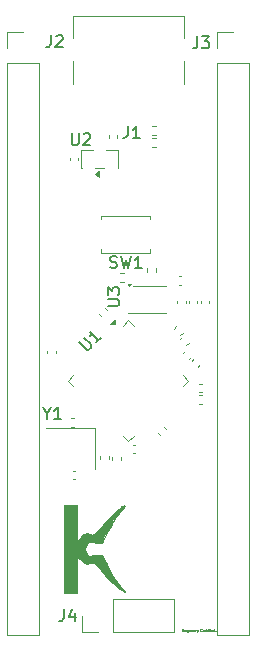
<source format=gbr>
%TF.GenerationSoftware,KiCad,Pcbnew,9.0.5*%
%TF.CreationDate,2025-12-09T16:25:26-06:00*%
%TF.ProjectId,KBoardV1,4b426f61-7264-4563-912e-6b696361645f,rev?*%
%TF.SameCoordinates,Original*%
%TF.FileFunction,Legend,Top*%
%TF.FilePolarity,Positive*%
%FSLAX46Y46*%
G04 Gerber Fmt 4.6, Leading zero omitted, Abs format (unit mm)*
G04 Created by KiCad (PCBNEW 9.0.5) date 2025-12-09 16:25:26*
%MOMM*%
%LPD*%
G01*
G04 APERTURE LIST*
%ADD10C,0.040000*%
%ADD11C,0.150000*%
%ADD12C,0.000600*%
%ADD13C,0.100000*%
%ADD14C,0.120000*%
G04 APERTURE END LIST*
D10*
X69253934Y-75203443D02*
X69253934Y-75003443D01*
X69253934Y-75003443D02*
X69320600Y-75146300D01*
X69320600Y-75146300D02*
X69387267Y-75003443D01*
X69387267Y-75003443D02*
X69387267Y-75203443D01*
X69558695Y-75193920D02*
X69539647Y-75203443D01*
X69539647Y-75203443D02*
X69501552Y-75203443D01*
X69501552Y-75203443D02*
X69482505Y-75193920D01*
X69482505Y-75193920D02*
X69472981Y-75174872D01*
X69472981Y-75174872D02*
X69472981Y-75098681D01*
X69472981Y-75098681D02*
X69482505Y-75079634D01*
X69482505Y-75079634D02*
X69501552Y-75070110D01*
X69501552Y-75070110D02*
X69539647Y-75070110D01*
X69539647Y-75070110D02*
X69558695Y-75079634D01*
X69558695Y-75079634D02*
X69568219Y-75098681D01*
X69568219Y-75098681D02*
X69568219Y-75117729D01*
X69568219Y-75117729D02*
X69472981Y-75136777D01*
X69739648Y-75070110D02*
X69739648Y-75232015D01*
X69739648Y-75232015D02*
X69730124Y-75251062D01*
X69730124Y-75251062D02*
X69720600Y-75260586D01*
X69720600Y-75260586D02*
X69701553Y-75270110D01*
X69701553Y-75270110D02*
X69672981Y-75270110D01*
X69672981Y-75270110D02*
X69653934Y-75260586D01*
X69739648Y-75193920D02*
X69720600Y-75203443D01*
X69720600Y-75203443D02*
X69682505Y-75203443D01*
X69682505Y-75203443D02*
X69663457Y-75193920D01*
X69663457Y-75193920D02*
X69653934Y-75184396D01*
X69653934Y-75184396D02*
X69644410Y-75165348D01*
X69644410Y-75165348D02*
X69644410Y-75108205D01*
X69644410Y-75108205D02*
X69653934Y-75089158D01*
X69653934Y-75089158D02*
X69663457Y-75079634D01*
X69663457Y-75079634D02*
X69682505Y-75070110D01*
X69682505Y-75070110D02*
X69720600Y-75070110D01*
X69720600Y-75070110D02*
X69739648Y-75079634D01*
X69920600Y-75203443D02*
X69920600Y-75098681D01*
X69920600Y-75098681D02*
X69911076Y-75079634D01*
X69911076Y-75079634D02*
X69892028Y-75070110D01*
X69892028Y-75070110D02*
X69853933Y-75070110D01*
X69853933Y-75070110D02*
X69834886Y-75079634D01*
X69920600Y-75193920D02*
X69901552Y-75203443D01*
X69901552Y-75203443D02*
X69853933Y-75203443D01*
X69853933Y-75203443D02*
X69834886Y-75193920D01*
X69834886Y-75193920D02*
X69825362Y-75174872D01*
X69825362Y-75174872D02*
X69825362Y-75155824D01*
X69825362Y-75155824D02*
X69834886Y-75136777D01*
X69834886Y-75136777D02*
X69853933Y-75127253D01*
X69853933Y-75127253D02*
X69901552Y-75127253D01*
X69901552Y-75127253D02*
X69920600Y-75117729D01*
X70101552Y-75193920D02*
X70082504Y-75203443D01*
X70082504Y-75203443D02*
X70044409Y-75203443D01*
X70044409Y-75203443D02*
X70025361Y-75193920D01*
X70025361Y-75193920D02*
X70015838Y-75184396D01*
X70015838Y-75184396D02*
X70006314Y-75165348D01*
X70006314Y-75165348D02*
X70006314Y-75108205D01*
X70006314Y-75108205D02*
X70015838Y-75089158D01*
X70015838Y-75089158D02*
X70025361Y-75079634D01*
X70025361Y-75079634D02*
X70044409Y-75070110D01*
X70044409Y-75070110D02*
X70082504Y-75070110D01*
X70082504Y-75070110D02*
X70101552Y-75079634D01*
X70215838Y-75203443D02*
X70196790Y-75193920D01*
X70196790Y-75193920D02*
X70187267Y-75184396D01*
X70187267Y-75184396D02*
X70177743Y-75165348D01*
X70177743Y-75165348D02*
X70177743Y-75108205D01*
X70177743Y-75108205D02*
X70187267Y-75089158D01*
X70187267Y-75089158D02*
X70196790Y-75079634D01*
X70196790Y-75079634D02*
X70215838Y-75070110D01*
X70215838Y-75070110D02*
X70244409Y-75070110D01*
X70244409Y-75070110D02*
X70263457Y-75079634D01*
X70263457Y-75079634D02*
X70272981Y-75089158D01*
X70272981Y-75089158D02*
X70282505Y-75108205D01*
X70282505Y-75108205D02*
X70282505Y-75165348D01*
X70282505Y-75165348D02*
X70272981Y-75184396D01*
X70272981Y-75184396D02*
X70263457Y-75193920D01*
X70263457Y-75193920D02*
X70244409Y-75203443D01*
X70244409Y-75203443D02*
X70215838Y-75203443D01*
X70368219Y-75203443D02*
X70368219Y-75070110D01*
X70368219Y-75108205D02*
X70377742Y-75089158D01*
X70377742Y-75089158D02*
X70387266Y-75079634D01*
X70387266Y-75079634D02*
X70406314Y-75070110D01*
X70406314Y-75070110D02*
X70425361Y-75070110D01*
X70492029Y-75070110D02*
X70492029Y-75270110D01*
X70492029Y-75079634D02*
X70511076Y-75070110D01*
X70511076Y-75070110D02*
X70549171Y-75070110D01*
X70549171Y-75070110D02*
X70568219Y-75079634D01*
X70568219Y-75079634D02*
X70577743Y-75089158D01*
X70577743Y-75089158D02*
X70587267Y-75108205D01*
X70587267Y-75108205D02*
X70587267Y-75165348D01*
X70587267Y-75165348D02*
X70577743Y-75184396D01*
X70577743Y-75184396D02*
X70568219Y-75193920D01*
X70568219Y-75193920D02*
X70549171Y-75203443D01*
X70549171Y-75203443D02*
X70511076Y-75203443D01*
X70511076Y-75203443D02*
X70492029Y-75193920D01*
X70939647Y-75184396D02*
X70930123Y-75193920D01*
X70930123Y-75193920D02*
X70901552Y-75203443D01*
X70901552Y-75203443D02*
X70882504Y-75203443D01*
X70882504Y-75203443D02*
X70853933Y-75193920D01*
X70853933Y-75193920D02*
X70834885Y-75174872D01*
X70834885Y-75174872D02*
X70825362Y-75155824D01*
X70825362Y-75155824D02*
X70815838Y-75117729D01*
X70815838Y-75117729D02*
X70815838Y-75089158D01*
X70815838Y-75089158D02*
X70825362Y-75051062D01*
X70825362Y-75051062D02*
X70834885Y-75032015D01*
X70834885Y-75032015D02*
X70853933Y-75012967D01*
X70853933Y-75012967D02*
X70882504Y-75003443D01*
X70882504Y-75003443D02*
X70901552Y-75003443D01*
X70901552Y-75003443D02*
X70930123Y-75012967D01*
X70930123Y-75012967D02*
X70939647Y-75022491D01*
X71101552Y-75193920D02*
X71082504Y-75203443D01*
X71082504Y-75203443D02*
X71044409Y-75203443D01*
X71044409Y-75203443D02*
X71025362Y-75193920D01*
X71025362Y-75193920D02*
X71015838Y-75174872D01*
X71015838Y-75174872D02*
X71015838Y-75098681D01*
X71015838Y-75098681D02*
X71025362Y-75079634D01*
X71025362Y-75079634D02*
X71044409Y-75070110D01*
X71044409Y-75070110D02*
X71082504Y-75070110D01*
X71082504Y-75070110D02*
X71101552Y-75079634D01*
X71101552Y-75079634D02*
X71111076Y-75098681D01*
X71111076Y-75098681D02*
X71111076Y-75117729D01*
X71111076Y-75117729D02*
X71015838Y-75136777D01*
X71196791Y-75203443D02*
X71196791Y-75070110D01*
X71196791Y-75108205D02*
X71206314Y-75089158D01*
X71206314Y-75089158D02*
X71215838Y-75079634D01*
X71215838Y-75079634D02*
X71234886Y-75070110D01*
X71234886Y-75070110D02*
X71253933Y-75070110D01*
X71292029Y-75070110D02*
X71368220Y-75070110D01*
X71320601Y-75003443D02*
X71320601Y-75174872D01*
X71320601Y-75174872D02*
X71330124Y-75193920D01*
X71330124Y-75193920D02*
X71349172Y-75203443D01*
X71349172Y-75203443D02*
X71368220Y-75203443D01*
X71434887Y-75203443D02*
X71434887Y-75070110D01*
X71434887Y-75003443D02*
X71425363Y-75012967D01*
X71425363Y-75012967D02*
X71434887Y-75022491D01*
X71434887Y-75022491D02*
X71444410Y-75012967D01*
X71444410Y-75012967D02*
X71434887Y-75003443D01*
X71434887Y-75003443D02*
X71434887Y-75022491D01*
X71501553Y-75070110D02*
X71577744Y-75070110D01*
X71530125Y-75203443D02*
X71530125Y-75032015D01*
X71530125Y-75032015D02*
X71539648Y-75012967D01*
X71539648Y-75012967D02*
X71558696Y-75003443D01*
X71558696Y-75003443D02*
X71577744Y-75003443D01*
X71644411Y-75203443D02*
X71644411Y-75070110D01*
X71644411Y-75003443D02*
X71634887Y-75012967D01*
X71634887Y-75012967D02*
X71644411Y-75022491D01*
X71644411Y-75022491D02*
X71653934Y-75012967D01*
X71653934Y-75012967D02*
X71644411Y-75003443D01*
X71644411Y-75003443D02*
X71644411Y-75022491D01*
X71815839Y-75193920D02*
X71796791Y-75203443D01*
X71796791Y-75203443D02*
X71758696Y-75203443D01*
X71758696Y-75203443D02*
X71739649Y-75193920D01*
X71739649Y-75193920D02*
X71730125Y-75174872D01*
X71730125Y-75174872D02*
X71730125Y-75098681D01*
X71730125Y-75098681D02*
X71739649Y-75079634D01*
X71739649Y-75079634D02*
X71758696Y-75070110D01*
X71758696Y-75070110D02*
X71796791Y-75070110D01*
X71796791Y-75070110D02*
X71815839Y-75079634D01*
X71815839Y-75079634D02*
X71825363Y-75098681D01*
X71825363Y-75098681D02*
X71825363Y-75117729D01*
X71825363Y-75117729D02*
X71730125Y-75136777D01*
X71996792Y-75203443D02*
X71996792Y-75003443D01*
X71996792Y-75193920D02*
X71977744Y-75203443D01*
X71977744Y-75203443D02*
X71939649Y-75203443D01*
X71939649Y-75203443D02*
X71920601Y-75193920D01*
X71920601Y-75193920D02*
X71911078Y-75184396D01*
X71911078Y-75184396D02*
X71901554Y-75165348D01*
X71901554Y-75165348D02*
X71901554Y-75108205D01*
X71901554Y-75108205D02*
X71911078Y-75089158D01*
X71911078Y-75089158D02*
X71920601Y-75079634D01*
X71920601Y-75079634D02*
X71939649Y-75070110D01*
X71939649Y-75070110D02*
X71977744Y-75070110D01*
X71977744Y-75070110D02*
X71996792Y-75079634D01*
X72092030Y-75184396D02*
X72101553Y-75193920D01*
X72101553Y-75193920D02*
X72092030Y-75203443D01*
X72092030Y-75203443D02*
X72082506Y-75193920D01*
X72082506Y-75193920D02*
X72092030Y-75184396D01*
X72092030Y-75184396D02*
X72092030Y-75203443D01*
D11*
X70566666Y-24854819D02*
X70566666Y-25569104D01*
X70566666Y-25569104D02*
X70519047Y-25711961D01*
X70519047Y-25711961D02*
X70423809Y-25807200D01*
X70423809Y-25807200D02*
X70280952Y-25854819D01*
X70280952Y-25854819D02*
X70185714Y-25854819D01*
X70947619Y-24854819D02*
X71566666Y-24854819D01*
X71566666Y-24854819D02*
X71233333Y-25235771D01*
X71233333Y-25235771D02*
X71376190Y-25235771D01*
X71376190Y-25235771D02*
X71471428Y-25283390D01*
X71471428Y-25283390D02*
X71519047Y-25331009D01*
X71519047Y-25331009D02*
X71566666Y-25426247D01*
X71566666Y-25426247D02*
X71566666Y-25664342D01*
X71566666Y-25664342D02*
X71519047Y-25759580D01*
X71519047Y-25759580D02*
X71471428Y-25807200D01*
X71471428Y-25807200D02*
X71376190Y-25854819D01*
X71376190Y-25854819D02*
X71090476Y-25854819D01*
X71090476Y-25854819D02*
X70995238Y-25807200D01*
X70995238Y-25807200D02*
X70947619Y-25759580D01*
X60575750Y-50753246D02*
X61148170Y-51325666D01*
X61148170Y-51325666D02*
X61249185Y-51359338D01*
X61249185Y-51359338D02*
X61316529Y-51359338D01*
X61316529Y-51359338D02*
X61417544Y-51325666D01*
X61417544Y-51325666D02*
X61552231Y-51190979D01*
X61552231Y-51190979D02*
X61585903Y-51089964D01*
X61585903Y-51089964D02*
X61585903Y-51022620D01*
X61585903Y-51022620D02*
X61552231Y-50921605D01*
X61552231Y-50921605D02*
X60979811Y-50349185D01*
X62394025Y-50349185D02*
X61989964Y-50753246D01*
X62191994Y-50551216D02*
X61484888Y-49844109D01*
X61484888Y-49844109D02*
X61518559Y-50012468D01*
X61518559Y-50012468D02*
X61518559Y-50147155D01*
X61518559Y-50147155D02*
X61484888Y-50248170D01*
X62954819Y-47661904D02*
X63764342Y-47661904D01*
X63764342Y-47661904D02*
X63859580Y-47614285D01*
X63859580Y-47614285D02*
X63907200Y-47566666D01*
X63907200Y-47566666D02*
X63954819Y-47471428D01*
X63954819Y-47471428D02*
X63954819Y-47280952D01*
X63954819Y-47280952D02*
X63907200Y-47185714D01*
X63907200Y-47185714D02*
X63859580Y-47138095D01*
X63859580Y-47138095D02*
X63764342Y-47090476D01*
X63764342Y-47090476D02*
X62954819Y-47090476D01*
X62954819Y-46709523D02*
X62954819Y-46090476D01*
X62954819Y-46090476D02*
X63335771Y-46423809D01*
X63335771Y-46423809D02*
X63335771Y-46280952D01*
X63335771Y-46280952D02*
X63383390Y-46185714D01*
X63383390Y-46185714D02*
X63431009Y-46138095D01*
X63431009Y-46138095D02*
X63526247Y-46090476D01*
X63526247Y-46090476D02*
X63764342Y-46090476D01*
X63764342Y-46090476D02*
X63859580Y-46138095D01*
X63859580Y-46138095D02*
X63907200Y-46185714D01*
X63907200Y-46185714D02*
X63954819Y-46280952D01*
X63954819Y-46280952D02*
X63954819Y-46566666D01*
X63954819Y-46566666D02*
X63907200Y-46661904D01*
X63907200Y-46661904D02*
X63859580Y-46709523D01*
X57823809Y-56778628D02*
X57823809Y-57254819D01*
X57490476Y-56254819D02*
X57823809Y-56778628D01*
X57823809Y-56778628D02*
X58157142Y-56254819D01*
X59014285Y-57254819D02*
X58442857Y-57254819D01*
X58728571Y-57254819D02*
X58728571Y-56254819D01*
X58728571Y-56254819D02*
X58633333Y-56397676D01*
X58633333Y-56397676D02*
X58538095Y-56492914D01*
X58538095Y-56492914D02*
X58442857Y-56540533D01*
X59938095Y-33054819D02*
X59938095Y-33864342D01*
X59938095Y-33864342D02*
X59985714Y-33959580D01*
X59985714Y-33959580D02*
X60033333Y-34007200D01*
X60033333Y-34007200D02*
X60128571Y-34054819D01*
X60128571Y-34054819D02*
X60319047Y-34054819D01*
X60319047Y-34054819D02*
X60414285Y-34007200D01*
X60414285Y-34007200D02*
X60461904Y-33959580D01*
X60461904Y-33959580D02*
X60509523Y-33864342D01*
X60509523Y-33864342D02*
X60509523Y-33054819D01*
X60938095Y-33150057D02*
X60985714Y-33102438D01*
X60985714Y-33102438D02*
X61080952Y-33054819D01*
X61080952Y-33054819D02*
X61319047Y-33054819D01*
X61319047Y-33054819D02*
X61414285Y-33102438D01*
X61414285Y-33102438D02*
X61461904Y-33150057D01*
X61461904Y-33150057D02*
X61509523Y-33245295D01*
X61509523Y-33245295D02*
X61509523Y-33340533D01*
X61509523Y-33340533D02*
X61461904Y-33483390D01*
X61461904Y-33483390D02*
X60890476Y-34054819D01*
X60890476Y-34054819D02*
X61509523Y-34054819D01*
X63166667Y-44407200D02*
X63309524Y-44454819D01*
X63309524Y-44454819D02*
X63547619Y-44454819D01*
X63547619Y-44454819D02*
X63642857Y-44407200D01*
X63642857Y-44407200D02*
X63690476Y-44359580D01*
X63690476Y-44359580D02*
X63738095Y-44264342D01*
X63738095Y-44264342D02*
X63738095Y-44169104D01*
X63738095Y-44169104D02*
X63690476Y-44073866D01*
X63690476Y-44073866D02*
X63642857Y-44026247D01*
X63642857Y-44026247D02*
X63547619Y-43978628D01*
X63547619Y-43978628D02*
X63357143Y-43931009D01*
X63357143Y-43931009D02*
X63261905Y-43883390D01*
X63261905Y-43883390D02*
X63214286Y-43835771D01*
X63214286Y-43835771D02*
X63166667Y-43740533D01*
X63166667Y-43740533D02*
X63166667Y-43645295D01*
X63166667Y-43645295D02*
X63214286Y-43550057D01*
X63214286Y-43550057D02*
X63261905Y-43502438D01*
X63261905Y-43502438D02*
X63357143Y-43454819D01*
X63357143Y-43454819D02*
X63595238Y-43454819D01*
X63595238Y-43454819D02*
X63738095Y-43502438D01*
X64071429Y-43454819D02*
X64309524Y-44454819D01*
X64309524Y-44454819D02*
X64500000Y-43740533D01*
X64500000Y-43740533D02*
X64690476Y-44454819D01*
X64690476Y-44454819D02*
X64928572Y-43454819D01*
X65833333Y-44454819D02*
X65261905Y-44454819D01*
X65547619Y-44454819D02*
X65547619Y-43454819D01*
X65547619Y-43454819D02*
X65452381Y-43597676D01*
X65452381Y-43597676D02*
X65357143Y-43692914D01*
X65357143Y-43692914D02*
X65261905Y-43740533D01*
X59266666Y-73354819D02*
X59266666Y-74069104D01*
X59266666Y-74069104D02*
X59219047Y-74211961D01*
X59219047Y-74211961D02*
X59123809Y-74307200D01*
X59123809Y-74307200D02*
X58980952Y-74354819D01*
X58980952Y-74354819D02*
X58885714Y-74354819D01*
X60171428Y-73688152D02*
X60171428Y-74354819D01*
X59933333Y-73307200D02*
X59695238Y-74021485D01*
X59695238Y-74021485D02*
X60314285Y-74021485D01*
X58166666Y-24754819D02*
X58166666Y-25469104D01*
X58166666Y-25469104D02*
X58119047Y-25611961D01*
X58119047Y-25611961D02*
X58023809Y-25707200D01*
X58023809Y-25707200D02*
X57880952Y-25754819D01*
X57880952Y-25754819D02*
X57785714Y-25754819D01*
X58595238Y-24850057D02*
X58642857Y-24802438D01*
X58642857Y-24802438D02*
X58738095Y-24754819D01*
X58738095Y-24754819D02*
X58976190Y-24754819D01*
X58976190Y-24754819D02*
X59071428Y-24802438D01*
X59071428Y-24802438D02*
X59119047Y-24850057D01*
X59119047Y-24850057D02*
X59166666Y-24945295D01*
X59166666Y-24945295D02*
X59166666Y-25040533D01*
X59166666Y-25040533D02*
X59119047Y-25183390D01*
X59119047Y-25183390D02*
X58547619Y-25754819D01*
X58547619Y-25754819D02*
X59166666Y-25754819D01*
X64666666Y-32454819D02*
X64666666Y-33169104D01*
X64666666Y-33169104D02*
X64619047Y-33311961D01*
X64619047Y-33311961D02*
X64523809Y-33407200D01*
X64523809Y-33407200D02*
X64380952Y-33454819D01*
X64380952Y-33454819D02*
X64285714Y-33454819D01*
X65666666Y-33454819D02*
X65095238Y-33454819D01*
X65380952Y-33454819D02*
X65380952Y-32454819D01*
X65380952Y-32454819D02*
X65285714Y-32597676D01*
X65285714Y-32597676D02*
X65190476Y-32692914D01*
X65190476Y-32692914D02*
X65095238Y-32740533D01*
D12*
%TO.C,REF\u002A\u002A*%
X59310000Y-64500000D02*
X59310000Y-68233800D01*
X59310000Y-68233800D02*
X59310000Y-71967600D01*
X59310000Y-71967600D02*
X59843400Y-71967600D01*
X59843400Y-64500000D02*
X59310000Y-64500000D01*
X59843400Y-71967600D02*
X60376800Y-71967600D01*
X60376800Y-64500000D02*
X59843400Y-64500000D01*
X60376800Y-66039865D02*
X60376800Y-64500000D01*
X60376800Y-67579731D02*
X60376800Y-66039865D01*
X60376800Y-68900190D02*
X60722577Y-69218917D01*
X60376800Y-70433895D02*
X60376800Y-68900190D01*
X60376800Y-71967600D02*
X60376800Y-70433895D01*
X60709106Y-67253598D02*
X60376800Y-67579731D01*
X60722577Y-69218917D02*
X60877130Y-69351283D01*
X61035522Y-68120567D02*
X61162995Y-67921219D01*
X61162525Y-68546381D02*
X61029004Y-68336988D01*
X61162995Y-67921219D02*
X61339591Y-67662300D01*
X61338650Y-68805300D02*
X61162525Y-68546381D01*
X61339591Y-67662300D02*
X61905945Y-67682184D01*
X61756922Y-67061140D02*
X61362481Y-66970193D01*
X61905945Y-67682184D02*
X62472300Y-67702068D01*
X61908973Y-68780392D02*
X61338650Y-68805300D01*
X62020987Y-69569745D02*
X62323341Y-69923284D01*
X62323341Y-69923284D02*
X62520614Y-70164444D01*
X62416793Y-66425820D02*
X62170119Y-66722199D01*
X62472300Y-67702068D02*
X62923195Y-66843984D01*
X62479295Y-68755483D02*
X61908973Y-68780392D01*
X62520614Y-70164444D02*
X62742067Y-70427544D01*
X62742067Y-70427544D02*
X62953905Y-70673157D01*
X62888381Y-69542392D02*
X62479295Y-68755483D01*
X62923195Y-66843984D02*
X63290778Y-66167027D01*
X62953905Y-70673157D02*
X63118077Y-70856071D01*
X63010516Y-65737011D02*
X62416793Y-66425820D01*
X63264303Y-70241195D02*
X62888381Y-69542392D01*
X63290778Y-66167027D02*
X63580002Y-65691159D01*
X63570902Y-70752291D02*
X63264303Y-70241195D01*
X63615204Y-65134979D02*
X63010516Y-65737011D01*
X63619646Y-71319652D02*
X63859867Y-71519656D01*
X63620293Y-70822270D02*
X63570902Y-70752291D01*
X63856360Y-65308670D02*
X64133328Y-64986621D01*
X63856664Y-71157166D02*
X63620293Y-70822270D01*
X63859867Y-71519656D02*
X64282731Y-71841611D01*
X64130985Y-64695006D02*
X63615204Y-65134979D01*
X64133328Y-64986621D02*
X64175014Y-64938150D01*
X64175014Y-64938150D02*
X64299163Y-64799210D01*
X64291440Y-71661043D02*
X64024291Y-71363140D01*
X64299163Y-64799210D02*
X64390979Y-64682561D01*
X64326273Y-71705098D02*
X64291440Y-71661043D01*
X64386741Y-71781574D02*
X64326273Y-71705098D01*
X60709106Y-67253598D02*
G75*
G02*
X60946664Y-67051107I1559094J-1588502D01*
G01*
X60946667Y-67051112D02*
G75*
G02*
X61135411Y-66969367I271233J-367488D01*
G01*
X61000589Y-68233746D02*
G75*
G02*
X61035522Y-68120567I201311J-154D01*
G01*
X61011732Y-69443760D02*
G75*
G02*
X60877132Y-69351280I594568J1009560D01*
G01*
X61029004Y-68336988D02*
G75*
G02*
X61000590Y-68233746I172796J103088D01*
G01*
X61122558Y-69496616D02*
G75*
G02*
X61011734Y-69443756I246742J659916D01*
G01*
X61135412Y-66969370D02*
G75*
G02*
X61362481Y-66970194I111338J-606010D01*
G01*
X61198827Y-69499384D02*
G75*
G02*
X61122550Y-69496638I-34027J115584D01*
G01*
X61198827Y-69499384D02*
G75*
G02*
X61601070Y-69401434I1256173J-4283716D01*
G01*
X61601071Y-69401437D02*
G75*
G02*
X61813630Y-69419339I74729J-383563D01*
G01*
X61813631Y-69419337D02*
G75*
G02*
X62020969Y-69569760I-171331J-454263D01*
G01*
X61838085Y-67044999D02*
G75*
G02*
X61756922Y-67061142I-56885J73899D01*
G01*
X61981958Y-66921019D02*
G75*
G02*
X61838085Y-67044999I-1195558J1241919D01*
G01*
X62170119Y-66722199D02*
G75*
G02*
X61981958Y-66921019I-2229211J1921254D01*
G01*
X63580002Y-65691159D02*
G75*
G02*
X64133332Y-64986624I4430698J-2910241D01*
G01*
X63619646Y-71319652D02*
G75*
G02*
X63118081Y-70856068I2660554J3381652D01*
G01*
X64024291Y-71363140D02*
G75*
G02*
X63620290Y-70822272I3739909J3214840D01*
G01*
X64130985Y-64695006D02*
G75*
G02*
X64436461Y-64576167I305515J-333294D01*
G01*
X64326273Y-71705098D02*
G75*
G02*
X64445753Y-71871074I-901573J-775002D01*
G01*
X64434210Y-71891400D02*
G75*
G02*
X64282730Y-71841612I-10J255300D01*
G01*
X64436461Y-64576200D02*
G75*
G02*
X64447771Y-64595977I39J-13100D01*
G01*
X64445753Y-71871074D02*
G75*
G02*
X64434210Y-71891384I-11453J-6926D01*
G01*
X64447722Y-64595948D02*
G75*
G02*
X64390977Y-64682560I-976622J577948D01*
G01*
D13*
X60376800Y-67579731D02*
X60816503Y-67148196D01*
X60946667Y-67051112D01*
X61036379Y-66999479D01*
X61135422Y-66969370D01*
X61248988Y-66959233D01*
X61362481Y-66970193D01*
X61763628Y-67062686D01*
X61799354Y-67062573D01*
X61838085Y-67044999D01*
X61911730Y-66984991D01*
X61981958Y-66921019D01*
X62078324Y-66823827D01*
X62170119Y-66722199D01*
X62416793Y-66425820D01*
X62610000Y-66200000D01*
X62713655Y-66081415D01*
X63010516Y-65737011D01*
X63312860Y-65435995D01*
X63460000Y-65290000D01*
X63520000Y-65230000D01*
X63615204Y-65134979D01*
X63710000Y-65050000D01*
X63873095Y-64914992D01*
X64010000Y-64800000D01*
X64130985Y-64695006D01*
X64190000Y-64650000D01*
X64287549Y-64601407D01*
X64330000Y-64590000D01*
X64380000Y-64580000D01*
X64436461Y-64576200D01*
X64447830Y-64582725D01*
X64447830Y-64595875D01*
X64420350Y-64639882D01*
X64390979Y-64682561D01*
X64370000Y-64710000D01*
X64345071Y-64741870D01*
X64299163Y-64799210D01*
X64175014Y-64938150D01*
X63994844Y-65147645D01*
X63680000Y-65550000D01*
X63460000Y-65890000D01*
X63301732Y-66167027D01*
X63140000Y-66450000D01*
X62923195Y-66843984D01*
X62472300Y-67702068D01*
X61339590Y-67662300D01*
X61007884Y-68180199D01*
X61000589Y-68233900D01*
X61007805Y-68287315D01*
X61028987Y-68336988D01*
X61095765Y-68441684D01*
X61338650Y-68805300D01*
X62479295Y-68755483D01*
X63076342Y-69903950D01*
X63264303Y-70241195D01*
X63417603Y-70496743D01*
X63620293Y-70822270D01*
X63986420Y-71341013D01*
X64157866Y-71512092D01*
X64291440Y-71661043D01*
X64386741Y-71781574D01*
X64445795Y-71871145D01*
X64445923Y-71884636D01*
X64434210Y-71891383D01*
X64400000Y-71891400D01*
X64282731Y-71841612D01*
X63859867Y-71519656D01*
X63739757Y-71419654D01*
X63273131Y-71015610D01*
X62953905Y-70673157D01*
X62323341Y-69923284D01*
X62020987Y-69569745D01*
X61915210Y-69472068D01*
X61813631Y-69419337D01*
X61708596Y-69395602D01*
X61601076Y-69401437D01*
X61398813Y-69445744D01*
X61198829Y-69499384D01*
X61160465Y-69510821D01*
X61122558Y-69496613D01*
X61065991Y-69472603D01*
X61011743Y-69443760D01*
X60945954Y-69399867D01*
X60877130Y-69340834D01*
X60722577Y-69218917D01*
X60376800Y-68900190D01*
X60376800Y-71967600D01*
X59310000Y-71967600D01*
X59310000Y-64500000D01*
X60376800Y-64500000D01*
X60376800Y-67579731D01*
G36*
X60376800Y-67579731D02*
G01*
X60816503Y-67148196D01*
X60946667Y-67051112D01*
X61036379Y-66999479D01*
X61135422Y-66969370D01*
X61248988Y-66959233D01*
X61362481Y-66970193D01*
X61763628Y-67062686D01*
X61799354Y-67062573D01*
X61838085Y-67044999D01*
X61911730Y-66984991D01*
X61981958Y-66921019D01*
X62078324Y-66823827D01*
X62170119Y-66722199D01*
X62416793Y-66425820D01*
X62610000Y-66200000D01*
X62713655Y-66081415D01*
X63010516Y-65737011D01*
X63312860Y-65435995D01*
X63460000Y-65290000D01*
X63520000Y-65230000D01*
X63615204Y-65134979D01*
X63710000Y-65050000D01*
X63873095Y-64914992D01*
X64010000Y-64800000D01*
X64130985Y-64695006D01*
X64190000Y-64650000D01*
X64287549Y-64601407D01*
X64330000Y-64590000D01*
X64380000Y-64580000D01*
X64436461Y-64576200D01*
X64447830Y-64582725D01*
X64447830Y-64595875D01*
X64420350Y-64639882D01*
X64390979Y-64682561D01*
X64370000Y-64710000D01*
X64345071Y-64741870D01*
X64299163Y-64799210D01*
X64175014Y-64938150D01*
X63994844Y-65147645D01*
X63680000Y-65550000D01*
X63460000Y-65890000D01*
X63301732Y-66167027D01*
X63140000Y-66450000D01*
X62923195Y-66843984D01*
X62472300Y-67702068D01*
X61339590Y-67662300D01*
X61007884Y-68180199D01*
X61000589Y-68233900D01*
X61007805Y-68287315D01*
X61028987Y-68336988D01*
X61095765Y-68441684D01*
X61338650Y-68805300D01*
X62479295Y-68755483D01*
X63076342Y-69903950D01*
X63264303Y-70241195D01*
X63417603Y-70496743D01*
X63620293Y-70822270D01*
X63986420Y-71341013D01*
X64157866Y-71512092D01*
X64291440Y-71661043D01*
X64386741Y-71781574D01*
X64445795Y-71871145D01*
X64445923Y-71884636D01*
X64434210Y-71891383D01*
X64400000Y-71891400D01*
X64282731Y-71841612D01*
X63859867Y-71519656D01*
X63739757Y-71419654D01*
X63273131Y-71015610D01*
X62953905Y-70673157D01*
X62323341Y-69923284D01*
X62020987Y-69569745D01*
X61915210Y-69472068D01*
X61813631Y-69419337D01*
X61708596Y-69395602D01*
X61601076Y-69401437D01*
X61398813Y-69445744D01*
X61198829Y-69499384D01*
X61160465Y-69510821D01*
X61122558Y-69496613D01*
X61065991Y-69472603D01*
X61011743Y-69443760D01*
X60945954Y-69399867D01*
X60877130Y-69340834D01*
X60722577Y-69218917D01*
X60376800Y-68900190D01*
X60376800Y-71967600D01*
X59310000Y-71967600D01*
X59310000Y-64500000D01*
X60376800Y-64500000D01*
X60376800Y-67579731D01*
G37*
D14*
%TO.C,J3*%
X74970000Y-27140000D02*
X74970000Y-75510000D01*
X72210000Y-75510000D02*
X74970000Y-75510000D01*
X72210000Y-27140000D02*
X74970000Y-27140000D01*
X72210000Y-27140000D02*
X72210000Y-75510000D01*
X72210000Y-25870000D02*
X72210000Y-24490000D01*
X72210000Y-24490000D02*
X73590000Y-24490000D01*
%TO.C,U1*%
X63611056Y-49234100D02*
X63208005Y-49170461D01*
X63547416Y-48831049D01*
X63611056Y-49234100D01*
G36*
X63611056Y-49234100D02*
G01*
X63208005Y-49170461D01*
X63547416Y-48831049D01*
X63611056Y-49234100D01*
G37*
X64700000Y-59105311D02*
X64240380Y-58645692D01*
X65159619Y-58645691D02*
X64700000Y-59105311D01*
X69805311Y-54000000D02*
X69345692Y-54459620D01*
X69345691Y-53540381D02*
X69805311Y-54000000D01*
X60054309Y-54459619D02*
X59594689Y-54000000D01*
X59594689Y-54000000D02*
X60054308Y-53540380D01*
X64240381Y-49354309D02*
X64700000Y-48894689D01*
X64700000Y-48894689D02*
X65159620Y-49354308D01*
%TO.C,U3*%
X64795000Y-46010000D02*
X64655000Y-45820000D01*
X64935000Y-45820000D01*
X64795000Y-46010000D01*
G36*
X64795000Y-46010000D02*
G01*
X64655000Y-45820000D01*
X64935000Y-45820000D01*
X64795000Y-46010000D01*
G37*
X67885000Y-48285000D02*
X64665000Y-48285000D01*
X65089432Y-46015000D02*
X67885000Y-46015000D01*
%TO.C,C8*%
X70712164Y-55960000D02*
X70927836Y-55960000D01*
X70712164Y-55240000D02*
X70927836Y-55240000D01*
%TO.C,C5*%
X67229779Y-58438896D02*
X67382282Y-58591399D01*
X67738896Y-57929779D02*
X67891399Y-58082282D01*
%TO.C,R5*%
X59836360Y-57120000D02*
X60143642Y-57120000D01*
X59836360Y-57880000D02*
X60143642Y-57880000D01*
%TO.C,C2*%
X63340000Y-60472164D02*
X63340000Y-60687836D01*
X64060000Y-60472164D02*
X64060000Y-60687836D01*
%TO.C,C16*%
X62340000Y-60627836D02*
X62340000Y-60412164D01*
X63060000Y-60627836D02*
X63060000Y-60412164D01*
%TO.C,C11*%
X69878307Y-52130810D02*
X70030810Y-51978307D01*
X69369190Y-51621693D02*
X69521693Y-51469190D01*
%TO.C,Y1*%
X61860000Y-58039999D02*
X57740000Y-58039999D01*
X61860000Y-61460001D02*
X61860000Y-58039999D01*
%TO.C,U2*%
X60740000Y-35960000D02*
X60740000Y-34440000D01*
X60790000Y-35960000D02*
X60740000Y-35960000D01*
X62690000Y-35960000D02*
X61910000Y-35960000D01*
X63860000Y-35960000D02*
X63810000Y-35960000D01*
X60740000Y-34440000D02*
X61740000Y-34440000D01*
X62860000Y-34440000D02*
X63860000Y-34440000D01*
X63860000Y-34440000D02*
X63860000Y-35960000D01*
X62250000Y-36740000D02*
X61920000Y-36500000D01*
X62250000Y-36260000D01*
X62250000Y-36740000D01*
G36*
X62250000Y-36740000D02*
G01*
X61920000Y-36500000D01*
X62250000Y-36260000D01*
X62250000Y-36740000D01*
G37*
%TO.C,SW1*%
X62430000Y-40030000D02*
X66570000Y-40030000D01*
X62430000Y-40330000D02*
X62430000Y-40030000D01*
X62430000Y-43170000D02*
X62430000Y-42870000D01*
X66570000Y-40030000D02*
X66570000Y-40330000D01*
X66570000Y-42870000D02*
X66570000Y-43170000D01*
X66570000Y-43170000D02*
X62430000Y-43170000D01*
%TO.C,R7*%
X67080000Y-44456359D02*
X67080000Y-44763641D01*
X66320000Y-44456359D02*
X66320000Y-44763641D01*
%TO.C,R6*%
X64046359Y-44920000D02*
X64353641Y-44920000D01*
X64046359Y-45680000D02*
X64353641Y-45680000D01*
%TO.C,R4*%
X69837965Y-50799436D02*
X69620684Y-51016717D01*
X69300564Y-50262035D02*
X69083283Y-50479316D01*
%TO.C,R3*%
X68562035Y-49600564D02*
X68779316Y-49383283D01*
X69099436Y-50137965D02*
X69316717Y-49920684D01*
%TO.C,R2*%
X66736359Y-33420000D02*
X67043641Y-33420000D01*
X66736359Y-34180000D02*
X67043641Y-34180000D01*
%TO.C,J4*%
X60780000Y-75270000D02*
X60780000Y-73890000D01*
X62160000Y-75270000D02*
X60780000Y-75270000D01*
X63430000Y-75270000D02*
X68620000Y-75270000D01*
X63430000Y-75270000D02*
X63430000Y-72510000D01*
X68620000Y-75270000D02*
X68620000Y-72510000D01*
X63430000Y-72510000D02*
X68620000Y-72510000D01*
%TO.C,J2*%
X54430000Y-24490000D02*
X55810000Y-24490000D01*
X54430000Y-25870000D02*
X54430000Y-24490000D01*
X54430000Y-27140000D02*
X54430000Y-75510000D01*
X54430000Y-27140000D02*
X57190000Y-27140000D01*
X54430000Y-75510000D02*
X57190000Y-75510000D01*
X57190000Y-27140000D02*
X57190000Y-75510000D01*
%TO.C,C17*%
X70069190Y-52321693D02*
X70221693Y-52169190D01*
X70578307Y-52830810D02*
X70730810Y-52678307D01*
%TO.C,C15*%
X60207836Y-62360000D02*
X59992164Y-62360000D01*
X60207836Y-61640000D02*
X59992164Y-61640000D01*
%TO.C,C14*%
X63040000Y-33407836D02*
X63040000Y-33192164D01*
X63760000Y-33407836D02*
X63760000Y-33192164D01*
%TO.C,C13*%
X60460000Y-35112164D02*
X60460000Y-35327836D01*
X59740000Y-35112164D02*
X59740000Y-35327836D01*
%TO.C,C12*%
X68840000Y-47447836D02*
X68840000Y-47232164D01*
X69560000Y-47447836D02*
X69560000Y-47232164D01*
%TO.C,C10*%
X65092164Y-59440000D02*
X65307836Y-59440000D01*
X65092164Y-60160000D02*
X65307836Y-60160000D01*
%TO.C,C9*%
X70712164Y-54240000D02*
X70927836Y-54240000D01*
X70712164Y-54960000D02*
X70927836Y-54960000D01*
%TO.C,C7*%
X68972164Y-45140000D02*
X69187836Y-45140000D01*
X68972164Y-45860000D02*
X69187836Y-45860000D01*
%TO.C,C6*%
X58560000Y-51472164D02*
X58560000Y-51687836D01*
X57840000Y-51472164D02*
X57840000Y-51687836D01*
%TO.C,C4*%
X69840000Y-47427836D02*
X69840000Y-47212164D01*
X70560000Y-47427836D02*
X70560000Y-47212164D01*
%TO.C,C3*%
X62382282Y-48491399D02*
X62229779Y-48338896D01*
X62891399Y-47982282D02*
X62738896Y-47829779D01*
%TO.C,C1*%
X70840000Y-47427836D02*
X70840000Y-47212164D01*
X71560000Y-47427836D02*
X71560000Y-47212164D01*
%TO.C,J1*%
X60000000Y-24990000D02*
X60000000Y-23090000D01*
X60000000Y-28890000D02*
X60000000Y-26890000D01*
X69400000Y-23090000D02*
X60000000Y-23090000D01*
X69400000Y-24990000D02*
X69400000Y-23090000D01*
X69400000Y-28890000D02*
X69400000Y-26890000D01*
%TO.C,R1*%
X66736359Y-32420000D02*
X67043641Y-32420000D01*
X66736359Y-33180000D02*
X67043641Y-33180000D01*
%TD*%
M02*

</source>
